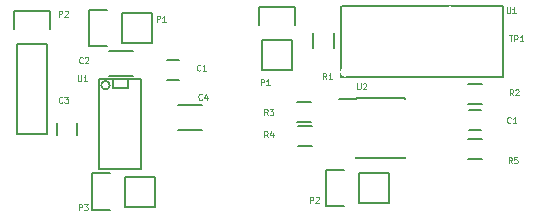
<source format=gto>
G04 #@! TF.FileFunction,Legend,Top*
%FSLAX46Y46*%
G04 Gerber Fmt 4.6, Leading zero omitted, Abs format (unit mm)*
G04 Created by KiCad (PCBNEW 0.201505220134+5676~23~ubuntu14.04.1-product) date Thu 25 Jun 2015 11:34:38 PM PDT*
%MOMM*%
G01*
G04 APERTURE LIST*
%ADD10C,0.100000*%
%ADD11C,0.150000*%
%ADD12C,0.609600*%
%ADD13R,1.500000X1.250000*%
%ADD14R,2.032000X2.032000*%
%ADD15O,2.032000X2.032000*%
%ADD16R,1.300000X1.500000*%
%ADD17R,1.500000X1.300000*%
%ADD18R,1.550000X0.600000*%
%ADD19C,0.800000*%
%ADD20C,1.400000*%
%ADD21C,1.524000*%
%ADD22R,1.000000X1.250000*%
%ADD23R,1.000000X1.600000*%
%ADD24R,1.250000X1.000000*%
%ADD25R,2.032000X1.727200*%
%ADD26O,2.032000X1.727200*%
%ADD27R,1.270000X0.406400*%
G04 APERTURE END LIST*
D10*
D11*
X169206800Y-93434800D02*
X168206800Y-93434800D01*
X168206800Y-95134800D02*
X169206800Y-95134800D01*
X153212800Y-87528400D02*
X153212800Y-90068400D01*
X153492800Y-84708400D02*
X153492800Y-86258400D01*
X153212800Y-87528400D02*
X150672800Y-87528400D01*
X150392800Y-86258400D02*
X150392800Y-84708400D01*
X150392800Y-84708400D02*
X153492800Y-84708400D01*
X150672800Y-87528400D02*
X150672800Y-90068400D01*
X150672800Y-90068400D02*
X153212800Y-90068400D01*
X158902400Y-98755200D02*
X161442400Y-98755200D01*
X156082400Y-98475200D02*
X157632400Y-98475200D01*
X158902400Y-98755200D02*
X158902400Y-101295200D01*
X157632400Y-101575200D02*
X156082400Y-101575200D01*
X156082400Y-101575200D02*
X156082400Y-98475200D01*
X158902400Y-101295200D02*
X161442400Y-101295200D01*
X161442400Y-101295200D02*
X161442400Y-98755200D01*
X156729400Y-86928400D02*
X156729400Y-88128400D01*
X154979400Y-88128400D02*
X154979400Y-86928400D01*
X169306800Y-92924600D02*
X168106800Y-92924600D01*
X168106800Y-91174600D02*
X169306800Y-91174600D01*
X154828800Y-94448600D02*
X153628800Y-94448600D01*
X153628800Y-92698600D02*
X154828800Y-92698600D01*
X153679600Y-94730600D02*
X154879600Y-94730600D01*
X154879600Y-96480600D02*
X153679600Y-96480600D01*
X168106800Y-95848200D02*
X169306800Y-95848200D01*
X169306800Y-97598200D02*
X168106800Y-97598200D01*
X158605400Y-92370200D02*
X158605400Y-92515200D01*
X162755400Y-92370200D02*
X162755400Y-92515200D01*
X162755400Y-97520200D02*
X162755400Y-97375200D01*
X158605400Y-97520200D02*
X158605400Y-97375200D01*
X158605400Y-92370200D02*
X162755400Y-92370200D01*
X158605400Y-97520200D02*
X162755400Y-97520200D01*
X158605400Y-92515200D02*
X157205400Y-92515200D01*
X157474500Y-84630000D02*
X171074500Y-84630000D01*
X171074500Y-84630000D02*
X171074500Y-90630000D01*
X171074500Y-90630000D02*
X157474500Y-90630000D01*
X157374500Y-84630000D02*
X157374500Y-90630000D01*
X143629000Y-89167600D02*
X142629000Y-89167600D01*
X142629000Y-90867600D02*
X143629000Y-90867600D01*
X137747500Y-90496500D02*
X139747500Y-90496500D01*
X139747500Y-88446500D02*
X137747500Y-88446500D01*
X135025500Y-95496000D02*
X135025500Y-94496000D01*
X133325500Y-94496000D02*
X133325500Y-95496000D01*
X145589500Y-93018500D02*
X143589500Y-93018500D01*
X143589500Y-95068500D02*
X145589500Y-95068500D01*
X138811000Y-85191600D02*
X141351000Y-85191600D01*
X135991000Y-84911600D02*
X137541000Y-84911600D01*
X138811000Y-85191600D02*
X138811000Y-87731600D01*
X137541000Y-88011600D02*
X135991000Y-88011600D01*
X135991000Y-88011600D02*
X135991000Y-84911600D01*
X138811000Y-87731600D02*
X141351000Y-87731600D01*
X141351000Y-87731600D02*
X141351000Y-85191600D01*
X129921000Y-87820500D02*
X129921000Y-95440500D01*
X132461000Y-87820500D02*
X132461000Y-95440500D01*
X132741000Y-85000500D02*
X132741000Y-86550500D01*
X129921000Y-95440500D02*
X132461000Y-95440500D01*
X132461000Y-87820500D02*
X129921000Y-87820500D01*
X129641000Y-86550500D02*
X129641000Y-85000500D01*
X129641000Y-85000500D02*
X132741000Y-85000500D01*
X139065000Y-99060000D02*
X141605000Y-99060000D01*
X136245000Y-98780000D02*
X137795000Y-98780000D01*
X139065000Y-99060000D02*
X139065000Y-101600000D01*
X137795000Y-101880000D02*
X136245000Y-101880000D01*
X136245000Y-101880000D02*
X136245000Y-98780000D01*
X139065000Y-101600000D02*
X141605000Y-101600000D01*
X141605000Y-101600000D02*
X141605000Y-99060000D01*
X140462000Y-98425000D02*
X140462000Y-90805000D01*
X136906000Y-90805000D02*
X136906000Y-98425000D01*
X140462000Y-98425000D02*
X136906000Y-98425000D01*
X136906000Y-90805000D02*
X140462000Y-90805000D01*
X137773210Y-91313000D02*
G75*
G03X137773210Y-91313000I-359210J0D01*
G01*
X139319000Y-90805000D02*
X139319000Y-91567000D01*
X139319000Y-91567000D02*
X138049000Y-91567000D01*
X138049000Y-91567000D02*
X138049000Y-90805000D01*
D10*
X171722267Y-94463371D02*
X171698457Y-94487181D01*
X171627029Y-94510990D01*
X171579410Y-94510990D01*
X171507981Y-94487181D01*
X171460362Y-94439562D01*
X171436553Y-94391943D01*
X171412743Y-94296705D01*
X171412743Y-94225276D01*
X171436553Y-94130038D01*
X171460362Y-94082419D01*
X171507981Y-94034800D01*
X171579410Y-94010990D01*
X171627029Y-94010990D01*
X171698457Y-94034800D01*
X171722267Y-94058610D01*
X172198457Y-94510990D02*
X171912743Y-94510990D01*
X172055600Y-94510990D02*
X172055600Y-94010990D01*
X172007981Y-94082419D01*
X171960362Y-94130038D01*
X171912743Y-94153848D01*
X150557753Y-91310590D02*
X150557753Y-90810590D01*
X150748229Y-90810590D01*
X150795848Y-90834400D01*
X150819657Y-90858210D01*
X150843467Y-90905829D01*
X150843467Y-90977257D01*
X150819657Y-91024876D01*
X150795848Y-91048686D01*
X150748229Y-91072495D01*
X150557753Y-91072495D01*
X151319657Y-91310590D02*
X151033943Y-91310590D01*
X151176800Y-91310590D02*
X151176800Y-90810590D01*
X151129181Y-90882019D01*
X151081562Y-90929638D01*
X151033943Y-90953448D01*
X154723353Y-101267390D02*
X154723353Y-100767390D01*
X154913829Y-100767390D01*
X154961448Y-100791200D01*
X154985257Y-100815010D01*
X155009067Y-100862629D01*
X155009067Y-100934057D01*
X154985257Y-100981676D01*
X154961448Y-101005486D01*
X154913829Y-101029295D01*
X154723353Y-101029295D01*
X155199543Y-100815010D02*
X155223353Y-100791200D01*
X155270972Y-100767390D01*
X155390019Y-100767390D01*
X155437638Y-100791200D01*
X155461448Y-100815010D01*
X155485257Y-100862629D01*
X155485257Y-100910248D01*
X155461448Y-100981676D01*
X155175734Y-101267390D01*
X155485257Y-101267390D01*
X156126667Y-90802590D02*
X155960000Y-90564495D01*
X155840953Y-90802590D02*
X155840953Y-90302590D01*
X156031429Y-90302590D01*
X156079048Y-90326400D01*
X156102857Y-90350210D01*
X156126667Y-90397829D01*
X156126667Y-90469257D01*
X156102857Y-90516876D01*
X156079048Y-90540686D01*
X156031429Y-90564495D01*
X155840953Y-90564495D01*
X156602857Y-90802590D02*
X156317143Y-90802590D01*
X156460000Y-90802590D02*
X156460000Y-90302590D01*
X156412381Y-90374019D01*
X156364762Y-90421638D01*
X156317143Y-90445448D01*
X171925467Y-92174190D02*
X171758800Y-91936095D01*
X171639753Y-92174190D02*
X171639753Y-91674190D01*
X171830229Y-91674190D01*
X171877848Y-91698000D01*
X171901657Y-91721810D01*
X171925467Y-91769429D01*
X171925467Y-91840857D01*
X171901657Y-91888476D01*
X171877848Y-91912286D01*
X171830229Y-91936095D01*
X171639753Y-91936095D01*
X172115943Y-91721810D02*
X172139753Y-91698000D01*
X172187372Y-91674190D01*
X172306419Y-91674190D01*
X172354038Y-91698000D01*
X172377848Y-91721810D01*
X172401657Y-91769429D01*
X172401657Y-91817048D01*
X172377848Y-91888476D01*
X172092134Y-92174190D01*
X172401657Y-92174190D01*
X151148267Y-93850590D02*
X150981600Y-93612495D01*
X150862553Y-93850590D02*
X150862553Y-93350590D01*
X151053029Y-93350590D01*
X151100648Y-93374400D01*
X151124457Y-93398210D01*
X151148267Y-93445829D01*
X151148267Y-93517257D01*
X151124457Y-93564876D01*
X151100648Y-93588686D01*
X151053029Y-93612495D01*
X150862553Y-93612495D01*
X151314934Y-93350590D02*
X151624457Y-93350590D01*
X151457791Y-93541067D01*
X151529219Y-93541067D01*
X151576838Y-93564876D01*
X151600648Y-93588686D01*
X151624457Y-93636305D01*
X151624457Y-93755352D01*
X151600648Y-93802971D01*
X151576838Y-93826781D01*
X151529219Y-93850590D01*
X151386362Y-93850590D01*
X151338743Y-93826781D01*
X151314934Y-93802971D01*
X151148267Y-95730190D02*
X150981600Y-95492095D01*
X150862553Y-95730190D02*
X150862553Y-95230190D01*
X151053029Y-95230190D01*
X151100648Y-95254000D01*
X151124457Y-95277810D01*
X151148267Y-95325429D01*
X151148267Y-95396857D01*
X151124457Y-95444476D01*
X151100648Y-95468286D01*
X151053029Y-95492095D01*
X150862553Y-95492095D01*
X151576838Y-95396857D02*
X151576838Y-95730190D01*
X151457791Y-95206381D02*
X151338743Y-95563524D01*
X151648267Y-95563524D01*
X171823867Y-97914590D02*
X171657200Y-97676495D01*
X171538153Y-97914590D02*
X171538153Y-97414590D01*
X171728629Y-97414590D01*
X171776248Y-97438400D01*
X171800057Y-97462210D01*
X171823867Y-97509829D01*
X171823867Y-97581257D01*
X171800057Y-97628876D01*
X171776248Y-97652686D01*
X171728629Y-97676495D01*
X171538153Y-97676495D01*
X172276248Y-97414590D02*
X172038153Y-97414590D01*
X172014343Y-97652686D01*
X172038153Y-97628876D01*
X172085772Y-97605067D01*
X172204819Y-97605067D01*
X172252438Y-97628876D01*
X172276248Y-97652686D01*
X172300057Y-97700305D01*
X172300057Y-97819352D01*
X172276248Y-97866971D01*
X172252438Y-97890781D01*
X172204819Y-97914590D01*
X172085772Y-97914590D01*
X172038153Y-97890781D01*
X172014343Y-97866971D01*
X158724648Y-91166190D02*
X158724648Y-91570952D01*
X158748457Y-91618571D01*
X158772267Y-91642381D01*
X158819886Y-91666190D01*
X158915124Y-91666190D01*
X158962743Y-91642381D01*
X158986552Y-91618571D01*
X159010362Y-91570952D01*
X159010362Y-91166190D01*
X159224648Y-91213810D02*
X159248458Y-91190000D01*
X159296077Y-91166190D01*
X159415124Y-91166190D01*
X159462743Y-91190000D01*
X159486553Y-91213810D01*
X159510362Y-91261429D01*
X159510362Y-91309048D01*
X159486553Y-91380476D01*
X159200839Y-91666190D01*
X159510362Y-91666190D01*
X171373848Y-84714590D02*
X171373848Y-85119352D01*
X171397657Y-85166971D01*
X171421467Y-85190781D01*
X171469086Y-85214590D01*
X171564324Y-85214590D01*
X171611943Y-85190781D01*
X171635752Y-85166971D01*
X171659562Y-85119352D01*
X171659562Y-84714590D01*
X172159562Y-85214590D02*
X171873848Y-85214590D01*
X172016705Y-85214590D02*
X172016705Y-84714590D01*
X171969086Y-84786019D01*
X171921467Y-84833638D01*
X171873848Y-84857448D01*
X171581048Y-87102190D02*
X171866762Y-87102190D01*
X171723905Y-87602190D02*
X171723905Y-87102190D01*
X172033429Y-87602190D02*
X172033429Y-87102190D01*
X172223905Y-87102190D01*
X172271524Y-87126000D01*
X172295333Y-87149810D01*
X172319143Y-87197429D01*
X172319143Y-87268857D01*
X172295333Y-87316476D01*
X172271524Y-87340286D01*
X172223905Y-87364095D01*
X172033429Y-87364095D01*
X172795333Y-87602190D02*
X172509619Y-87602190D01*
X172652476Y-87602190D02*
X172652476Y-87102190D01*
X172604857Y-87173619D01*
X172557238Y-87221238D01*
X172509619Y-87245048D01*
X145458667Y-90031071D02*
X145434857Y-90054881D01*
X145363429Y-90078690D01*
X145315810Y-90078690D01*
X145244381Y-90054881D01*
X145196762Y-90007262D01*
X145172953Y-89959643D01*
X145149143Y-89864405D01*
X145149143Y-89792976D01*
X145172953Y-89697738D01*
X145196762Y-89650119D01*
X145244381Y-89602500D01*
X145315810Y-89578690D01*
X145363429Y-89578690D01*
X145434857Y-89602500D01*
X145458667Y-89626310D01*
X145934857Y-90078690D02*
X145649143Y-90078690D01*
X145792000Y-90078690D02*
X145792000Y-89578690D01*
X145744381Y-89650119D01*
X145696762Y-89697738D01*
X145649143Y-89721548D01*
X135489167Y-89396071D02*
X135465357Y-89419881D01*
X135393929Y-89443690D01*
X135346310Y-89443690D01*
X135274881Y-89419881D01*
X135227262Y-89372262D01*
X135203453Y-89324643D01*
X135179643Y-89229405D01*
X135179643Y-89157976D01*
X135203453Y-89062738D01*
X135227262Y-89015119D01*
X135274881Y-88967500D01*
X135346310Y-88943690D01*
X135393929Y-88943690D01*
X135465357Y-88967500D01*
X135489167Y-88991310D01*
X135679643Y-88991310D02*
X135703453Y-88967500D01*
X135751072Y-88943690D01*
X135870119Y-88943690D01*
X135917738Y-88967500D01*
X135941548Y-88991310D01*
X135965357Y-89038929D01*
X135965357Y-89086548D01*
X135941548Y-89157976D01*
X135655834Y-89443690D01*
X135965357Y-89443690D01*
X133774667Y-92761571D02*
X133750857Y-92785381D01*
X133679429Y-92809190D01*
X133631810Y-92809190D01*
X133560381Y-92785381D01*
X133512762Y-92737762D01*
X133488953Y-92690143D01*
X133465143Y-92594905D01*
X133465143Y-92523476D01*
X133488953Y-92428238D01*
X133512762Y-92380619D01*
X133560381Y-92333000D01*
X133631810Y-92309190D01*
X133679429Y-92309190D01*
X133750857Y-92333000D01*
X133774667Y-92356810D01*
X133941334Y-92309190D02*
X134250857Y-92309190D01*
X134084191Y-92499667D01*
X134155619Y-92499667D01*
X134203238Y-92523476D01*
X134227048Y-92547286D01*
X134250857Y-92594905D01*
X134250857Y-92713952D01*
X134227048Y-92761571D01*
X134203238Y-92785381D01*
X134155619Y-92809190D01*
X134012762Y-92809190D01*
X133965143Y-92785381D01*
X133941334Y-92761571D01*
X145585667Y-92507571D02*
X145561857Y-92531381D01*
X145490429Y-92555190D01*
X145442810Y-92555190D01*
X145371381Y-92531381D01*
X145323762Y-92483762D01*
X145299953Y-92436143D01*
X145276143Y-92340905D01*
X145276143Y-92269476D01*
X145299953Y-92174238D01*
X145323762Y-92126619D01*
X145371381Y-92079000D01*
X145442810Y-92055190D01*
X145490429Y-92055190D01*
X145561857Y-92079000D01*
X145585667Y-92102810D01*
X146014238Y-92221857D02*
X146014238Y-92555190D01*
X145895191Y-92031381D02*
X145776143Y-92388524D01*
X146085667Y-92388524D01*
X141743953Y-85951190D02*
X141743953Y-85451190D01*
X141934429Y-85451190D01*
X141982048Y-85475000D01*
X142005857Y-85498810D01*
X142029667Y-85546429D01*
X142029667Y-85617857D01*
X142005857Y-85665476D01*
X141982048Y-85689286D01*
X141934429Y-85713095D01*
X141743953Y-85713095D01*
X142505857Y-85951190D02*
X142220143Y-85951190D01*
X142363000Y-85951190D02*
X142363000Y-85451190D01*
X142315381Y-85522619D01*
X142267762Y-85570238D01*
X142220143Y-85594048D01*
X133488953Y-85506690D02*
X133488953Y-85006690D01*
X133679429Y-85006690D01*
X133727048Y-85030500D01*
X133750857Y-85054310D01*
X133774667Y-85101929D01*
X133774667Y-85173357D01*
X133750857Y-85220976D01*
X133727048Y-85244786D01*
X133679429Y-85268595D01*
X133488953Y-85268595D01*
X133965143Y-85054310D02*
X133988953Y-85030500D01*
X134036572Y-85006690D01*
X134155619Y-85006690D01*
X134203238Y-85030500D01*
X134227048Y-85054310D01*
X134250857Y-85101929D01*
X134250857Y-85149548D01*
X134227048Y-85220976D01*
X133941334Y-85506690D01*
X134250857Y-85506690D01*
X135139953Y-101889690D02*
X135139953Y-101389690D01*
X135330429Y-101389690D01*
X135378048Y-101413500D01*
X135401857Y-101437310D01*
X135425667Y-101484929D01*
X135425667Y-101556357D01*
X135401857Y-101603976D01*
X135378048Y-101627786D01*
X135330429Y-101651595D01*
X135139953Y-101651595D01*
X135592334Y-101389690D02*
X135901857Y-101389690D01*
X135735191Y-101580167D01*
X135806619Y-101580167D01*
X135854238Y-101603976D01*
X135878048Y-101627786D01*
X135901857Y-101675405D01*
X135901857Y-101794452D01*
X135878048Y-101842071D01*
X135854238Y-101865881D01*
X135806619Y-101889690D01*
X135663762Y-101889690D01*
X135616143Y-101865881D01*
X135592334Y-101842071D01*
X135064548Y-90467690D02*
X135064548Y-90872452D01*
X135088357Y-90920071D01*
X135112167Y-90943881D01*
X135159786Y-90967690D01*
X135255024Y-90967690D01*
X135302643Y-90943881D01*
X135326452Y-90920071D01*
X135350262Y-90872452D01*
X135350262Y-90467690D01*
X135850262Y-90967690D02*
X135564548Y-90967690D01*
X135707405Y-90967690D02*
X135707405Y-90467690D01*
X135659786Y-90539119D01*
X135612167Y-90586738D01*
X135564548Y-90610548D01*
%LPC*%
D12*
X148082000Y-86868000D03*
X148082000Y-88900000D03*
X149606000Y-86868000D03*
X149860000Y-87884000D03*
X147828000Y-87884000D03*
X149606000Y-88900000D03*
D13*
X167456800Y-94284800D03*
X169956800Y-94284800D03*
D14*
X151942800Y-86258400D03*
D15*
X151942800Y-88798400D03*
D14*
X157632400Y-100025200D03*
D15*
X160172400Y-100025200D03*
D16*
X155854400Y-88878400D03*
X155854400Y-86178400D03*
D17*
X167356800Y-92049600D03*
X170056800Y-92049600D03*
X152878800Y-93573600D03*
X155578800Y-93573600D03*
X155629600Y-95605600D03*
X152929600Y-95605600D03*
X170056800Y-96723200D03*
X167356800Y-96723200D03*
D18*
X157980400Y-93040200D03*
X157980400Y-94310200D03*
X157980400Y-95580200D03*
X157980400Y-96850200D03*
X163380400Y-96850200D03*
X163380400Y-95580200D03*
X163380400Y-94310200D03*
X163380400Y-93040200D03*
D19*
X166624500Y-85030000D03*
X157674500Y-90230000D03*
D20*
X159274500Y-88900000D03*
X159274500Y-86360000D03*
X169274500Y-88900000D03*
X169274500Y-86360000D03*
D21*
X172466000Y-88900000D03*
D22*
X142129000Y-90017600D03*
X144129000Y-90017600D03*
D23*
X140247500Y-89471500D03*
X137247500Y-89471500D03*
D24*
X134175500Y-93996000D03*
X134175500Y-95996000D03*
D23*
X143089500Y-94043500D03*
X146089500Y-94043500D03*
D14*
X137541000Y-86461600D03*
D15*
X140081000Y-86461600D03*
D25*
X131191000Y-86550500D03*
D26*
X131191000Y-89090500D03*
X131191000Y-91630500D03*
X131191000Y-94170500D03*
D14*
X137795000Y-100330000D03*
D15*
X140335000Y-100330000D03*
D27*
X136017000Y-91694000D03*
X136017000Y-92329000D03*
X136017000Y-92989400D03*
X136017000Y-93649800D03*
X136017000Y-94284800D03*
X136017000Y-94945200D03*
X136017000Y-95605600D03*
X136017000Y-96240600D03*
X136017000Y-96901000D03*
X136017000Y-97536000D03*
X141351000Y-97536000D03*
X141351000Y-96901000D03*
X141351000Y-96240600D03*
X141351000Y-95605600D03*
X141351000Y-94945200D03*
X141351000Y-94284800D03*
X141351000Y-93649800D03*
X141351000Y-92989400D03*
X141351000Y-92329000D03*
X141351000Y-91694000D03*
D12*
X148082000Y-96520000D03*
X148082000Y-98552000D03*
X149606000Y-96520000D03*
X149860000Y-97536000D03*
X147828000Y-97536000D03*
X149606000Y-98552000D03*
M02*

</source>
